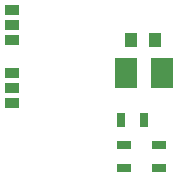
<source format=gbr>
G04 #@! TF.FileFunction,Paste,Bot*
%FSLAX46Y46*%
G04 Gerber Fmt 4.6, Leading zero omitted, Abs format (unit mm)*
G04 Created by KiCad (PCBNEW 4.0.5) date 04/10/19 11:23:23*
%MOMM*%
%LPD*%
G01*
G04 APERTURE LIST*
%ADD10C,0.100000*%
%ADD11R,1.270000X0.970000*%
%ADD12R,1.950000X2.500000*%
%ADD13R,1.000000X1.250000*%
%ADD14R,0.700000X1.300000*%
%ADD15R,1.300000X0.700000*%
G04 APERTURE END LIST*
D10*
D11*
X144841000Y-71765000D03*
X144841000Y-73035000D03*
X144841000Y-74305000D03*
D12*
X154496000Y-77115000D03*
X157546000Y-77115000D03*
D13*
X154961000Y-74325000D03*
X156961000Y-74325000D03*
D11*
X144841000Y-77125000D03*
X144841000Y-78395000D03*
X144841000Y-79665000D03*
D14*
X156031000Y-81055000D03*
X154131000Y-81055000D03*
D15*
X157351000Y-83215000D03*
X157351000Y-85115000D03*
X154351000Y-83215000D03*
X154351000Y-85115000D03*
M02*

</source>
